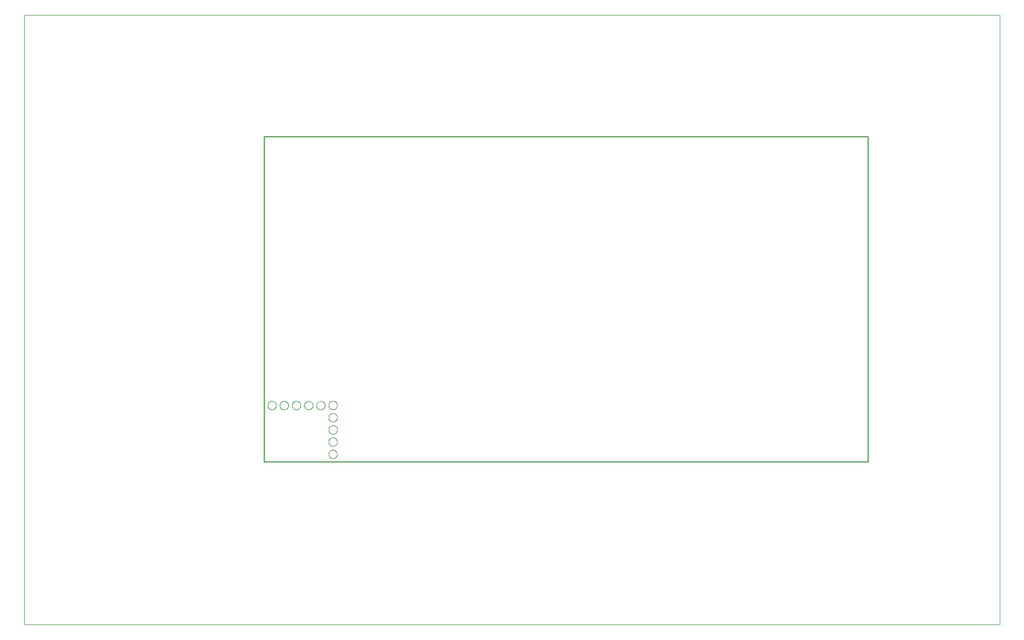
<source format=gm1>
G75*
%MOIN*%
%OFA0B0*%
%FSLAX25Y25*%
%IPPOS*%
%LPD*%
%AMOC8*
5,1,8,0,0,1.08239X$1,22.5*
%
%ADD10C,0.00000*%
%ADD11C,0.00800*%
D10*
X0001000Y0001000D02*
X0001000Y0394701D01*
X0630921Y0394701D01*
X0630921Y0001000D01*
X0001000Y0001000D01*
X0197457Y0111236D02*
X0197459Y0111341D01*
X0197465Y0111446D01*
X0197475Y0111550D01*
X0197489Y0111654D01*
X0197507Y0111758D01*
X0197529Y0111860D01*
X0197554Y0111962D01*
X0197584Y0112063D01*
X0197617Y0112162D01*
X0197654Y0112260D01*
X0197695Y0112357D01*
X0197740Y0112452D01*
X0197788Y0112545D01*
X0197839Y0112637D01*
X0197895Y0112726D01*
X0197953Y0112813D01*
X0198015Y0112898D01*
X0198079Y0112981D01*
X0198147Y0113061D01*
X0198218Y0113138D01*
X0198292Y0113212D01*
X0198369Y0113284D01*
X0198448Y0113353D01*
X0198530Y0113418D01*
X0198614Y0113481D01*
X0198701Y0113540D01*
X0198790Y0113596D01*
X0198881Y0113649D01*
X0198974Y0113698D01*
X0199068Y0113743D01*
X0199164Y0113785D01*
X0199262Y0113823D01*
X0199361Y0113857D01*
X0199462Y0113888D01*
X0199563Y0113914D01*
X0199666Y0113937D01*
X0199769Y0113956D01*
X0199873Y0113971D01*
X0199977Y0113982D01*
X0200082Y0113989D01*
X0200187Y0113992D01*
X0200292Y0113991D01*
X0200397Y0113986D01*
X0200501Y0113977D01*
X0200605Y0113964D01*
X0200709Y0113947D01*
X0200812Y0113926D01*
X0200914Y0113901D01*
X0201015Y0113873D01*
X0201114Y0113840D01*
X0201213Y0113804D01*
X0201310Y0113764D01*
X0201405Y0113721D01*
X0201499Y0113673D01*
X0201591Y0113623D01*
X0201681Y0113569D01*
X0201769Y0113511D01*
X0201854Y0113450D01*
X0201937Y0113386D01*
X0202018Y0113319D01*
X0202096Y0113249D01*
X0202171Y0113175D01*
X0202243Y0113100D01*
X0202313Y0113021D01*
X0202379Y0112940D01*
X0202443Y0112856D01*
X0202503Y0112770D01*
X0202559Y0112682D01*
X0202613Y0112591D01*
X0202663Y0112499D01*
X0202709Y0112405D01*
X0202752Y0112309D01*
X0202791Y0112211D01*
X0202826Y0112113D01*
X0202857Y0112012D01*
X0202885Y0111911D01*
X0202909Y0111809D01*
X0202929Y0111706D01*
X0202945Y0111602D01*
X0202957Y0111498D01*
X0202965Y0111393D01*
X0202969Y0111288D01*
X0202969Y0111184D01*
X0202965Y0111079D01*
X0202957Y0110974D01*
X0202945Y0110870D01*
X0202929Y0110766D01*
X0202909Y0110663D01*
X0202885Y0110561D01*
X0202857Y0110460D01*
X0202826Y0110359D01*
X0202791Y0110261D01*
X0202752Y0110163D01*
X0202709Y0110067D01*
X0202663Y0109973D01*
X0202613Y0109881D01*
X0202559Y0109790D01*
X0202503Y0109702D01*
X0202443Y0109616D01*
X0202379Y0109532D01*
X0202313Y0109451D01*
X0202243Y0109372D01*
X0202171Y0109297D01*
X0202096Y0109223D01*
X0202018Y0109153D01*
X0201937Y0109086D01*
X0201854Y0109022D01*
X0201769Y0108961D01*
X0201681Y0108903D01*
X0201591Y0108849D01*
X0201499Y0108799D01*
X0201405Y0108751D01*
X0201310Y0108708D01*
X0201213Y0108668D01*
X0201114Y0108632D01*
X0201015Y0108599D01*
X0200914Y0108571D01*
X0200812Y0108546D01*
X0200709Y0108525D01*
X0200605Y0108508D01*
X0200501Y0108495D01*
X0200397Y0108486D01*
X0200292Y0108481D01*
X0200187Y0108480D01*
X0200082Y0108483D01*
X0199977Y0108490D01*
X0199873Y0108501D01*
X0199769Y0108516D01*
X0199666Y0108535D01*
X0199563Y0108558D01*
X0199462Y0108584D01*
X0199361Y0108615D01*
X0199262Y0108649D01*
X0199164Y0108687D01*
X0199068Y0108729D01*
X0198974Y0108774D01*
X0198881Y0108823D01*
X0198790Y0108876D01*
X0198701Y0108932D01*
X0198614Y0108991D01*
X0198530Y0109054D01*
X0198448Y0109119D01*
X0198369Y0109188D01*
X0198292Y0109260D01*
X0198218Y0109334D01*
X0198147Y0109411D01*
X0198079Y0109491D01*
X0198015Y0109574D01*
X0197953Y0109659D01*
X0197895Y0109746D01*
X0197839Y0109835D01*
X0197788Y0109927D01*
X0197740Y0110020D01*
X0197695Y0110115D01*
X0197654Y0110212D01*
X0197617Y0110310D01*
X0197584Y0110409D01*
X0197554Y0110510D01*
X0197529Y0110612D01*
X0197507Y0110714D01*
X0197489Y0110818D01*
X0197475Y0110922D01*
X0197465Y0111026D01*
X0197459Y0111131D01*
X0197457Y0111236D01*
X0197457Y0119110D02*
X0197459Y0119215D01*
X0197465Y0119320D01*
X0197475Y0119424D01*
X0197489Y0119528D01*
X0197507Y0119632D01*
X0197529Y0119734D01*
X0197554Y0119836D01*
X0197584Y0119937D01*
X0197617Y0120036D01*
X0197654Y0120134D01*
X0197695Y0120231D01*
X0197740Y0120326D01*
X0197788Y0120419D01*
X0197839Y0120511D01*
X0197895Y0120600D01*
X0197953Y0120687D01*
X0198015Y0120772D01*
X0198079Y0120855D01*
X0198147Y0120935D01*
X0198218Y0121012D01*
X0198292Y0121086D01*
X0198369Y0121158D01*
X0198448Y0121227D01*
X0198530Y0121292D01*
X0198614Y0121355D01*
X0198701Y0121414D01*
X0198790Y0121470D01*
X0198881Y0121523D01*
X0198974Y0121572D01*
X0199068Y0121617D01*
X0199164Y0121659D01*
X0199262Y0121697D01*
X0199361Y0121731D01*
X0199462Y0121762D01*
X0199563Y0121788D01*
X0199666Y0121811D01*
X0199769Y0121830D01*
X0199873Y0121845D01*
X0199977Y0121856D01*
X0200082Y0121863D01*
X0200187Y0121866D01*
X0200292Y0121865D01*
X0200397Y0121860D01*
X0200501Y0121851D01*
X0200605Y0121838D01*
X0200709Y0121821D01*
X0200812Y0121800D01*
X0200914Y0121775D01*
X0201015Y0121747D01*
X0201114Y0121714D01*
X0201213Y0121678D01*
X0201310Y0121638D01*
X0201405Y0121595D01*
X0201499Y0121547D01*
X0201591Y0121497D01*
X0201681Y0121443D01*
X0201769Y0121385D01*
X0201854Y0121324D01*
X0201937Y0121260D01*
X0202018Y0121193D01*
X0202096Y0121123D01*
X0202171Y0121049D01*
X0202243Y0120974D01*
X0202313Y0120895D01*
X0202379Y0120814D01*
X0202443Y0120730D01*
X0202503Y0120644D01*
X0202559Y0120556D01*
X0202613Y0120465D01*
X0202663Y0120373D01*
X0202709Y0120279D01*
X0202752Y0120183D01*
X0202791Y0120085D01*
X0202826Y0119987D01*
X0202857Y0119886D01*
X0202885Y0119785D01*
X0202909Y0119683D01*
X0202929Y0119580D01*
X0202945Y0119476D01*
X0202957Y0119372D01*
X0202965Y0119267D01*
X0202969Y0119162D01*
X0202969Y0119058D01*
X0202965Y0118953D01*
X0202957Y0118848D01*
X0202945Y0118744D01*
X0202929Y0118640D01*
X0202909Y0118537D01*
X0202885Y0118435D01*
X0202857Y0118334D01*
X0202826Y0118233D01*
X0202791Y0118135D01*
X0202752Y0118037D01*
X0202709Y0117941D01*
X0202663Y0117847D01*
X0202613Y0117755D01*
X0202559Y0117664D01*
X0202503Y0117576D01*
X0202443Y0117490D01*
X0202379Y0117406D01*
X0202313Y0117325D01*
X0202243Y0117246D01*
X0202171Y0117171D01*
X0202096Y0117097D01*
X0202018Y0117027D01*
X0201937Y0116960D01*
X0201854Y0116896D01*
X0201769Y0116835D01*
X0201681Y0116777D01*
X0201591Y0116723D01*
X0201499Y0116673D01*
X0201405Y0116625D01*
X0201310Y0116582D01*
X0201213Y0116542D01*
X0201114Y0116506D01*
X0201015Y0116473D01*
X0200914Y0116445D01*
X0200812Y0116420D01*
X0200709Y0116399D01*
X0200605Y0116382D01*
X0200501Y0116369D01*
X0200397Y0116360D01*
X0200292Y0116355D01*
X0200187Y0116354D01*
X0200082Y0116357D01*
X0199977Y0116364D01*
X0199873Y0116375D01*
X0199769Y0116390D01*
X0199666Y0116409D01*
X0199563Y0116432D01*
X0199462Y0116458D01*
X0199361Y0116489D01*
X0199262Y0116523D01*
X0199164Y0116561D01*
X0199068Y0116603D01*
X0198974Y0116648D01*
X0198881Y0116697D01*
X0198790Y0116750D01*
X0198701Y0116806D01*
X0198614Y0116865D01*
X0198530Y0116928D01*
X0198448Y0116993D01*
X0198369Y0117062D01*
X0198292Y0117134D01*
X0198218Y0117208D01*
X0198147Y0117285D01*
X0198079Y0117365D01*
X0198015Y0117448D01*
X0197953Y0117533D01*
X0197895Y0117620D01*
X0197839Y0117709D01*
X0197788Y0117801D01*
X0197740Y0117894D01*
X0197695Y0117989D01*
X0197654Y0118086D01*
X0197617Y0118184D01*
X0197584Y0118283D01*
X0197554Y0118384D01*
X0197529Y0118486D01*
X0197507Y0118588D01*
X0197489Y0118692D01*
X0197475Y0118796D01*
X0197465Y0118900D01*
X0197459Y0119005D01*
X0197457Y0119110D01*
X0197457Y0126984D02*
X0197459Y0127089D01*
X0197465Y0127194D01*
X0197475Y0127298D01*
X0197489Y0127402D01*
X0197507Y0127506D01*
X0197529Y0127608D01*
X0197554Y0127710D01*
X0197584Y0127811D01*
X0197617Y0127910D01*
X0197654Y0128008D01*
X0197695Y0128105D01*
X0197740Y0128200D01*
X0197788Y0128293D01*
X0197839Y0128385D01*
X0197895Y0128474D01*
X0197953Y0128561D01*
X0198015Y0128646D01*
X0198079Y0128729D01*
X0198147Y0128809D01*
X0198218Y0128886D01*
X0198292Y0128960D01*
X0198369Y0129032D01*
X0198448Y0129101D01*
X0198530Y0129166D01*
X0198614Y0129229D01*
X0198701Y0129288D01*
X0198790Y0129344D01*
X0198881Y0129397D01*
X0198974Y0129446D01*
X0199068Y0129491D01*
X0199164Y0129533D01*
X0199262Y0129571D01*
X0199361Y0129605D01*
X0199462Y0129636D01*
X0199563Y0129662D01*
X0199666Y0129685D01*
X0199769Y0129704D01*
X0199873Y0129719D01*
X0199977Y0129730D01*
X0200082Y0129737D01*
X0200187Y0129740D01*
X0200292Y0129739D01*
X0200397Y0129734D01*
X0200501Y0129725D01*
X0200605Y0129712D01*
X0200709Y0129695D01*
X0200812Y0129674D01*
X0200914Y0129649D01*
X0201015Y0129621D01*
X0201114Y0129588D01*
X0201213Y0129552D01*
X0201310Y0129512D01*
X0201405Y0129469D01*
X0201499Y0129421D01*
X0201591Y0129371D01*
X0201681Y0129317D01*
X0201769Y0129259D01*
X0201854Y0129198D01*
X0201937Y0129134D01*
X0202018Y0129067D01*
X0202096Y0128997D01*
X0202171Y0128923D01*
X0202243Y0128848D01*
X0202313Y0128769D01*
X0202379Y0128688D01*
X0202443Y0128604D01*
X0202503Y0128518D01*
X0202559Y0128430D01*
X0202613Y0128339D01*
X0202663Y0128247D01*
X0202709Y0128153D01*
X0202752Y0128057D01*
X0202791Y0127959D01*
X0202826Y0127861D01*
X0202857Y0127760D01*
X0202885Y0127659D01*
X0202909Y0127557D01*
X0202929Y0127454D01*
X0202945Y0127350D01*
X0202957Y0127246D01*
X0202965Y0127141D01*
X0202969Y0127036D01*
X0202969Y0126932D01*
X0202965Y0126827D01*
X0202957Y0126722D01*
X0202945Y0126618D01*
X0202929Y0126514D01*
X0202909Y0126411D01*
X0202885Y0126309D01*
X0202857Y0126208D01*
X0202826Y0126107D01*
X0202791Y0126009D01*
X0202752Y0125911D01*
X0202709Y0125815D01*
X0202663Y0125721D01*
X0202613Y0125629D01*
X0202559Y0125538D01*
X0202503Y0125450D01*
X0202443Y0125364D01*
X0202379Y0125280D01*
X0202313Y0125199D01*
X0202243Y0125120D01*
X0202171Y0125045D01*
X0202096Y0124971D01*
X0202018Y0124901D01*
X0201937Y0124834D01*
X0201854Y0124770D01*
X0201769Y0124709D01*
X0201681Y0124651D01*
X0201591Y0124597D01*
X0201499Y0124547D01*
X0201405Y0124499D01*
X0201310Y0124456D01*
X0201213Y0124416D01*
X0201114Y0124380D01*
X0201015Y0124347D01*
X0200914Y0124319D01*
X0200812Y0124294D01*
X0200709Y0124273D01*
X0200605Y0124256D01*
X0200501Y0124243D01*
X0200397Y0124234D01*
X0200292Y0124229D01*
X0200187Y0124228D01*
X0200082Y0124231D01*
X0199977Y0124238D01*
X0199873Y0124249D01*
X0199769Y0124264D01*
X0199666Y0124283D01*
X0199563Y0124306D01*
X0199462Y0124332D01*
X0199361Y0124363D01*
X0199262Y0124397D01*
X0199164Y0124435D01*
X0199068Y0124477D01*
X0198974Y0124522D01*
X0198881Y0124571D01*
X0198790Y0124624D01*
X0198701Y0124680D01*
X0198614Y0124739D01*
X0198530Y0124802D01*
X0198448Y0124867D01*
X0198369Y0124936D01*
X0198292Y0125008D01*
X0198218Y0125082D01*
X0198147Y0125159D01*
X0198079Y0125239D01*
X0198015Y0125322D01*
X0197953Y0125407D01*
X0197895Y0125494D01*
X0197839Y0125583D01*
X0197788Y0125675D01*
X0197740Y0125768D01*
X0197695Y0125863D01*
X0197654Y0125960D01*
X0197617Y0126058D01*
X0197584Y0126157D01*
X0197554Y0126258D01*
X0197529Y0126360D01*
X0197507Y0126462D01*
X0197489Y0126566D01*
X0197475Y0126670D01*
X0197465Y0126774D01*
X0197459Y0126879D01*
X0197457Y0126984D01*
X0197457Y0134858D02*
X0197459Y0134963D01*
X0197465Y0135068D01*
X0197475Y0135172D01*
X0197489Y0135276D01*
X0197507Y0135380D01*
X0197529Y0135482D01*
X0197554Y0135584D01*
X0197584Y0135685D01*
X0197617Y0135784D01*
X0197654Y0135882D01*
X0197695Y0135979D01*
X0197740Y0136074D01*
X0197788Y0136167D01*
X0197839Y0136259D01*
X0197895Y0136348D01*
X0197953Y0136435D01*
X0198015Y0136520D01*
X0198079Y0136603D01*
X0198147Y0136683D01*
X0198218Y0136760D01*
X0198292Y0136834D01*
X0198369Y0136906D01*
X0198448Y0136975D01*
X0198530Y0137040D01*
X0198614Y0137103D01*
X0198701Y0137162D01*
X0198790Y0137218D01*
X0198881Y0137271D01*
X0198974Y0137320D01*
X0199068Y0137365D01*
X0199164Y0137407D01*
X0199262Y0137445D01*
X0199361Y0137479D01*
X0199462Y0137510D01*
X0199563Y0137536D01*
X0199666Y0137559D01*
X0199769Y0137578D01*
X0199873Y0137593D01*
X0199977Y0137604D01*
X0200082Y0137611D01*
X0200187Y0137614D01*
X0200292Y0137613D01*
X0200397Y0137608D01*
X0200501Y0137599D01*
X0200605Y0137586D01*
X0200709Y0137569D01*
X0200812Y0137548D01*
X0200914Y0137523D01*
X0201015Y0137495D01*
X0201114Y0137462D01*
X0201213Y0137426D01*
X0201310Y0137386D01*
X0201405Y0137343D01*
X0201499Y0137295D01*
X0201591Y0137245D01*
X0201681Y0137191D01*
X0201769Y0137133D01*
X0201854Y0137072D01*
X0201937Y0137008D01*
X0202018Y0136941D01*
X0202096Y0136871D01*
X0202171Y0136797D01*
X0202243Y0136722D01*
X0202313Y0136643D01*
X0202379Y0136562D01*
X0202443Y0136478D01*
X0202503Y0136392D01*
X0202559Y0136304D01*
X0202613Y0136213D01*
X0202663Y0136121D01*
X0202709Y0136027D01*
X0202752Y0135931D01*
X0202791Y0135833D01*
X0202826Y0135735D01*
X0202857Y0135634D01*
X0202885Y0135533D01*
X0202909Y0135431D01*
X0202929Y0135328D01*
X0202945Y0135224D01*
X0202957Y0135120D01*
X0202965Y0135015D01*
X0202969Y0134910D01*
X0202969Y0134806D01*
X0202965Y0134701D01*
X0202957Y0134596D01*
X0202945Y0134492D01*
X0202929Y0134388D01*
X0202909Y0134285D01*
X0202885Y0134183D01*
X0202857Y0134082D01*
X0202826Y0133981D01*
X0202791Y0133883D01*
X0202752Y0133785D01*
X0202709Y0133689D01*
X0202663Y0133595D01*
X0202613Y0133503D01*
X0202559Y0133412D01*
X0202503Y0133324D01*
X0202443Y0133238D01*
X0202379Y0133154D01*
X0202313Y0133073D01*
X0202243Y0132994D01*
X0202171Y0132919D01*
X0202096Y0132845D01*
X0202018Y0132775D01*
X0201937Y0132708D01*
X0201854Y0132644D01*
X0201769Y0132583D01*
X0201681Y0132525D01*
X0201591Y0132471D01*
X0201499Y0132421D01*
X0201405Y0132373D01*
X0201310Y0132330D01*
X0201213Y0132290D01*
X0201114Y0132254D01*
X0201015Y0132221D01*
X0200914Y0132193D01*
X0200812Y0132168D01*
X0200709Y0132147D01*
X0200605Y0132130D01*
X0200501Y0132117D01*
X0200397Y0132108D01*
X0200292Y0132103D01*
X0200187Y0132102D01*
X0200082Y0132105D01*
X0199977Y0132112D01*
X0199873Y0132123D01*
X0199769Y0132138D01*
X0199666Y0132157D01*
X0199563Y0132180D01*
X0199462Y0132206D01*
X0199361Y0132237D01*
X0199262Y0132271D01*
X0199164Y0132309D01*
X0199068Y0132351D01*
X0198974Y0132396D01*
X0198881Y0132445D01*
X0198790Y0132498D01*
X0198701Y0132554D01*
X0198614Y0132613D01*
X0198530Y0132676D01*
X0198448Y0132741D01*
X0198369Y0132810D01*
X0198292Y0132882D01*
X0198218Y0132956D01*
X0198147Y0133033D01*
X0198079Y0133113D01*
X0198015Y0133196D01*
X0197953Y0133281D01*
X0197895Y0133368D01*
X0197839Y0133457D01*
X0197788Y0133549D01*
X0197740Y0133642D01*
X0197695Y0133737D01*
X0197654Y0133834D01*
X0197617Y0133932D01*
X0197584Y0134031D01*
X0197554Y0134132D01*
X0197529Y0134234D01*
X0197507Y0134336D01*
X0197489Y0134440D01*
X0197475Y0134544D01*
X0197465Y0134648D01*
X0197459Y0134753D01*
X0197457Y0134858D01*
X0197457Y0142732D02*
X0197459Y0142837D01*
X0197465Y0142942D01*
X0197475Y0143046D01*
X0197489Y0143150D01*
X0197507Y0143254D01*
X0197529Y0143356D01*
X0197554Y0143458D01*
X0197584Y0143559D01*
X0197617Y0143658D01*
X0197654Y0143756D01*
X0197695Y0143853D01*
X0197740Y0143948D01*
X0197788Y0144041D01*
X0197839Y0144133D01*
X0197895Y0144222D01*
X0197953Y0144309D01*
X0198015Y0144394D01*
X0198079Y0144477D01*
X0198147Y0144557D01*
X0198218Y0144634D01*
X0198292Y0144708D01*
X0198369Y0144780D01*
X0198448Y0144849D01*
X0198530Y0144914D01*
X0198614Y0144977D01*
X0198701Y0145036D01*
X0198790Y0145092D01*
X0198881Y0145145D01*
X0198974Y0145194D01*
X0199068Y0145239D01*
X0199164Y0145281D01*
X0199262Y0145319D01*
X0199361Y0145353D01*
X0199462Y0145384D01*
X0199563Y0145410D01*
X0199666Y0145433D01*
X0199769Y0145452D01*
X0199873Y0145467D01*
X0199977Y0145478D01*
X0200082Y0145485D01*
X0200187Y0145488D01*
X0200292Y0145487D01*
X0200397Y0145482D01*
X0200501Y0145473D01*
X0200605Y0145460D01*
X0200709Y0145443D01*
X0200812Y0145422D01*
X0200914Y0145397D01*
X0201015Y0145369D01*
X0201114Y0145336D01*
X0201213Y0145300D01*
X0201310Y0145260D01*
X0201405Y0145217D01*
X0201499Y0145169D01*
X0201591Y0145119D01*
X0201681Y0145065D01*
X0201769Y0145007D01*
X0201854Y0144946D01*
X0201937Y0144882D01*
X0202018Y0144815D01*
X0202096Y0144745D01*
X0202171Y0144671D01*
X0202243Y0144596D01*
X0202313Y0144517D01*
X0202379Y0144436D01*
X0202443Y0144352D01*
X0202503Y0144266D01*
X0202559Y0144178D01*
X0202613Y0144087D01*
X0202663Y0143995D01*
X0202709Y0143901D01*
X0202752Y0143805D01*
X0202791Y0143707D01*
X0202826Y0143609D01*
X0202857Y0143508D01*
X0202885Y0143407D01*
X0202909Y0143305D01*
X0202929Y0143202D01*
X0202945Y0143098D01*
X0202957Y0142994D01*
X0202965Y0142889D01*
X0202969Y0142784D01*
X0202969Y0142680D01*
X0202965Y0142575D01*
X0202957Y0142470D01*
X0202945Y0142366D01*
X0202929Y0142262D01*
X0202909Y0142159D01*
X0202885Y0142057D01*
X0202857Y0141956D01*
X0202826Y0141855D01*
X0202791Y0141757D01*
X0202752Y0141659D01*
X0202709Y0141563D01*
X0202663Y0141469D01*
X0202613Y0141377D01*
X0202559Y0141286D01*
X0202503Y0141198D01*
X0202443Y0141112D01*
X0202379Y0141028D01*
X0202313Y0140947D01*
X0202243Y0140868D01*
X0202171Y0140793D01*
X0202096Y0140719D01*
X0202018Y0140649D01*
X0201937Y0140582D01*
X0201854Y0140518D01*
X0201769Y0140457D01*
X0201681Y0140399D01*
X0201591Y0140345D01*
X0201499Y0140295D01*
X0201405Y0140247D01*
X0201310Y0140204D01*
X0201213Y0140164D01*
X0201114Y0140128D01*
X0201015Y0140095D01*
X0200914Y0140067D01*
X0200812Y0140042D01*
X0200709Y0140021D01*
X0200605Y0140004D01*
X0200501Y0139991D01*
X0200397Y0139982D01*
X0200292Y0139977D01*
X0200187Y0139976D01*
X0200082Y0139979D01*
X0199977Y0139986D01*
X0199873Y0139997D01*
X0199769Y0140012D01*
X0199666Y0140031D01*
X0199563Y0140054D01*
X0199462Y0140080D01*
X0199361Y0140111D01*
X0199262Y0140145D01*
X0199164Y0140183D01*
X0199068Y0140225D01*
X0198974Y0140270D01*
X0198881Y0140319D01*
X0198790Y0140372D01*
X0198701Y0140428D01*
X0198614Y0140487D01*
X0198530Y0140550D01*
X0198448Y0140615D01*
X0198369Y0140684D01*
X0198292Y0140756D01*
X0198218Y0140830D01*
X0198147Y0140907D01*
X0198079Y0140987D01*
X0198015Y0141070D01*
X0197953Y0141155D01*
X0197895Y0141242D01*
X0197839Y0141331D01*
X0197788Y0141423D01*
X0197740Y0141516D01*
X0197695Y0141611D01*
X0197654Y0141708D01*
X0197617Y0141806D01*
X0197584Y0141905D01*
X0197554Y0142006D01*
X0197529Y0142108D01*
X0197507Y0142210D01*
X0197489Y0142314D01*
X0197475Y0142418D01*
X0197465Y0142522D01*
X0197459Y0142627D01*
X0197457Y0142732D01*
X0189583Y0142732D02*
X0189585Y0142837D01*
X0189591Y0142942D01*
X0189601Y0143046D01*
X0189615Y0143150D01*
X0189633Y0143254D01*
X0189655Y0143356D01*
X0189680Y0143458D01*
X0189710Y0143559D01*
X0189743Y0143658D01*
X0189780Y0143756D01*
X0189821Y0143853D01*
X0189866Y0143948D01*
X0189914Y0144041D01*
X0189965Y0144133D01*
X0190021Y0144222D01*
X0190079Y0144309D01*
X0190141Y0144394D01*
X0190205Y0144477D01*
X0190273Y0144557D01*
X0190344Y0144634D01*
X0190418Y0144708D01*
X0190495Y0144780D01*
X0190574Y0144849D01*
X0190656Y0144914D01*
X0190740Y0144977D01*
X0190827Y0145036D01*
X0190916Y0145092D01*
X0191007Y0145145D01*
X0191100Y0145194D01*
X0191194Y0145239D01*
X0191290Y0145281D01*
X0191388Y0145319D01*
X0191487Y0145353D01*
X0191588Y0145384D01*
X0191689Y0145410D01*
X0191792Y0145433D01*
X0191895Y0145452D01*
X0191999Y0145467D01*
X0192103Y0145478D01*
X0192208Y0145485D01*
X0192313Y0145488D01*
X0192418Y0145487D01*
X0192523Y0145482D01*
X0192627Y0145473D01*
X0192731Y0145460D01*
X0192835Y0145443D01*
X0192938Y0145422D01*
X0193040Y0145397D01*
X0193141Y0145369D01*
X0193240Y0145336D01*
X0193339Y0145300D01*
X0193436Y0145260D01*
X0193531Y0145217D01*
X0193625Y0145169D01*
X0193717Y0145119D01*
X0193807Y0145065D01*
X0193895Y0145007D01*
X0193980Y0144946D01*
X0194063Y0144882D01*
X0194144Y0144815D01*
X0194222Y0144745D01*
X0194297Y0144671D01*
X0194369Y0144596D01*
X0194439Y0144517D01*
X0194505Y0144436D01*
X0194569Y0144352D01*
X0194629Y0144266D01*
X0194685Y0144178D01*
X0194739Y0144087D01*
X0194789Y0143995D01*
X0194835Y0143901D01*
X0194878Y0143805D01*
X0194917Y0143707D01*
X0194952Y0143609D01*
X0194983Y0143508D01*
X0195011Y0143407D01*
X0195035Y0143305D01*
X0195055Y0143202D01*
X0195071Y0143098D01*
X0195083Y0142994D01*
X0195091Y0142889D01*
X0195095Y0142784D01*
X0195095Y0142680D01*
X0195091Y0142575D01*
X0195083Y0142470D01*
X0195071Y0142366D01*
X0195055Y0142262D01*
X0195035Y0142159D01*
X0195011Y0142057D01*
X0194983Y0141956D01*
X0194952Y0141855D01*
X0194917Y0141757D01*
X0194878Y0141659D01*
X0194835Y0141563D01*
X0194789Y0141469D01*
X0194739Y0141377D01*
X0194685Y0141286D01*
X0194629Y0141198D01*
X0194569Y0141112D01*
X0194505Y0141028D01*
X0194439Y0140947D01*
X0194369Y0140868D01*
X0194297Y0140793D01*
X0194222Y0140719D01*
X0194144Y0140649D01*
X0194063Y0140582D01*
X0193980Y0140518D01*
X0193895Y0140457D01*
X0193807Y0140399D01*
X0193717Y0140345D01*
X0193625Y0140295D01*
X0193531Y0140247D01*
X0193436Y0140204D01*
X0193339Y0140164D01*
X0193240Y0140128D01*
X0193141Y0140095D01*
X0193040Y0140067D01*
X0192938Y0140042D01*
X0192835Y0140021D01*
X0192731Y0140004D01*
X0192627Y0139991D01*
X0192523Y0139982D01*
X0192418Y0139977D01*
X0192313Y0139976D01*
X0192208Y0139979D01*
X0192103Y0139986D01*
X0191999Y0139997D01*
X0191895Y0140012D01*
X0191792Y0140031D01*
X0191689Y0140054D01*
X0191588Y0140080D01*
X0191487Y0140111D01*
X0191388Y0140145D01*
X0191290Y0140183D01*
X0191194Y0140225D01*
X0191100Y0140270D01*
X0191007Y0140319D01*
X0190916Y0140372D01*
X0190827Y0140428D01*
X0190740Y0140487D01*
X0190656Y0140550D01*
X0190574Y0140615D01*
X0190495Y0140684D01*
X0190418Y0140756D01*
X0190344Y0140830D01*
X0190273Y0140907D01*
X0190205Y0140987D01*
X0190141Y0141070D01*
X0190079Y0141155D01*
X0190021Y0141242D01*
X0189965Y0141331D01*
X0189914Y0141423D01*
X0189866Y0141516D01*
X0189821Y0141611D01*
X0189780Y0141708D01*
X0189743Y0141806D01*
X0189710Y0141905D01*
X0189680Y0142006D01*
X0189655Y0142108D01*
X0189633Y0142210D01*
X0189615Y0142314D01*
X0189601Y0142418D01*
X0189591Y0142522D01*
X0189585Y0142627D01*
X0189583Y0142732D01*
X0181709Y0142732D02*
X0181711Y0142837D01*
X0181717Y0142942D01*
X0181727Y0143046D01*
X0181741Y0143150D01*
X0181759Y0143254D01*
X0181781Y0143356D01*
X0181806Y0143458D01*
X0181836Y0143559D01*
X0181869Y0143658D01*
X0181906Y0143756D01*
X0181947Y0143853D01*
X0181992Y0143948D01*
X0182040Y0144041D01*
X0182091Y0144133D01*
X0182147Y0144222D01*
X0182205Y0144309D01*
X0182267Y0144394D01*
X0182331Y0144477D01*
X0182399Y0144557D01*
X0182470Y0144634D01*
X0182544Y0144708D01*
X0182621Y0144780D01*
X0182700Y0144849D01*
X0182782Y0144914D01*
X0182866Y0144977D01*
X0182953Y0145036D01*
X0183042Y0145092D01*
X0183133Y0145145D01*
X0183226Y0145194D01*
X0183320Y0145239D01*
X0183416Y0145281D01*
X0183514Y0145319D01*
X0183613Y0145353D01*
X0183714Y0145384D01*
X0183815Y0145410D01*
X0183918Y0145433D01*
X0184021Y0145452D01*
X0184125Y0145467D01*
X0184229Y0145478D01*
X0184334Y0145485D01*
X0184439Y0145488D01*
X0184544Y0145487D01*
X0184649Y0145482D01*
X0184753Y0145473D01*
X0184857Y0145460D01*
X0184961Y0145443D01*
X0185064Y0145422D01*
X0185166Y0145397D01*
X0185267Y0145369D01*
X0185366Y0145336D01*
X0185465Y0145300D01*
X0185562Y0145260D01*
X0185657Y0145217D01*
X0185751Y0145169D01*
X0185843Y0145119D01*
X0185933Y0145065D01*
X0186021Y0145007D01*
X0186106Y0144946D01*
X0186189Y0144882D01*
X0186270Y0144815D01*
X0186348Y0144745D01*
X0186423Y0144671D01*
X0186495Y0144596D01*
X0186565Y0144517D01*
X0186631Y0144436D01*
X0186695Y0144352D01*
X0186755Y0144266D01*
X0186811Y0144178D01*
X0186865Y0144087D01*
X0186915Y0143995D01*
X0186961Y0143901D01*
X0187004Y0143805D01*
X0187043Y0143707D01*
X0187078Y0143609D01*
X0187109Y0143508D01*
X0187137Y0143407D01*
X0187161Y0143305D01*
X0187181Y0143202D01*
X0187197Y0143098D01*
X0187209Y0142994D01*
X0187217Y0142889D01*
X0187221Y0142784D01*
X0187221Y0142680D01*
X0187217Y0142575D01*
X0187209Y0142470D01*
X0187197Y0142366D01*
X0187181Y0142262D01*
X0187161Y0142159D01*
X0187137Y0142057D01*
X0187109Y0141956D01*
X0187078Y0141855D01*
X0187043Y0141757D01*
X0187004Y0141659D01*
X0186961Y0141563D01*
X0186915Y0141469D01*
X0186865Y0141377D01*
X0186811Y0141286D01*
X0186755Y0141198D01*
X0186695Y0141112D01*
X0186631Y0141028D01*
X0186565Y0140947D01*
X0186495Y0140868D01*
X0186423Y0140793D01*
X0186348Y0140719D01*
X0186270Y0140649D01*
X0186189Y0140582D01*
X0186106Y0140518D01*
X0186021Y0140457D01*
X0185933Y0140399D01*
X0185843Y0140345D01*
X0185751Y0140295D01*
X0185657Y0140247D01*
X0185562Y0140204D01*
X0185465Y0140164D01*
X0185366Y0140128D01*
X0185267Y0140095D01*
X0185166Y0140067D01*
X0185064Y0140042D01*
X0184961Y0140021D01*
X0184857Y0140004D01*
X0184753Y0139991D01*
X0184649Y0139982D01*
X0184544Y0139977D01*
X0184439Y0139976D01*
X0184334Y0139979D01*
X0184229Y0139986D01*
X0184125Y0139997D01*
X0184021Y0140012D01*
X0183918Y0140031D01*
X0183815Y0140054D01*
X0183714Y0140080D01*
X0183613Y0140111D01*
X0183514Y0140145D01*
X0183416Y0140183D01*
X0183320Y0140225D01*
X0183226Y0140270D01*
X0183133Y0140319D01*
X0183042Y0140372D01*
X0182953Y0140428D01*
X0182866Y0140487D01*
X0182782Y0140550D01*
X0182700Y0140615D01*
X0182621Y0140684D01*
X0182544Y0140756D01*
X0182470Y0140830D01*
X0182399Y0140907D01*
X0182331Y0140987D01*
X0182267Y0141070D01*
X0182205Y0141155D01*
X0182147Y0141242D01*
X0182091Y0141331D01*
X0182040Y0141423D01*
X0181992Y0141516D01*
X0181947Y0141611D01*
X0181906Y0141708D01*
X0181869Y0141806D01*
X0181836Y0141905D01*
X0181806Y0142006D01*
X0181781Y0142108D01*
X0181759Y0142210D01*
X0181741Y0142314D01*
X0181727Y0142418D01*
X0181717Y0142522D01*
X0181711Y0142627D01*
X0181709Y0142732D01*
X0173835Y0142732D02*
X0173837Y0142837D01*
X0173843Y0142942D01*
X0173853Y0143046D01*
X0173867Y0143150D01*
X0173885Y0143254D01*
X0173907Y0143356D01*
X0173932Y0143458D01*
X0173962Y0143559D01*
X0173995Y0143658D01*
X0174032Y0143756D01*
X0174073Y0143853D01*
X0174118Y0143948D01*
X0174166Y0144041D01*
X0174217Y0144133D01*
X0174273Y0144222D01*
X0174331Y0144309D01*
X0174393Y0144394D01*
X0174457Y0144477D01*
X0174525Y0144557D01*
X0174596Y0144634D01*
X0174670Y0144708D01*
X0174747Y0144780D01*
X0174826Y0144849D01*
X0174908Y0144914D01*
X0174992Y0144977D01*
X0175079Y0145036D01*
X0175168Y0145092D01*
X0175259Y0145145D01*
X0175352Y0145194D01*
X0175446Y0145239D01*
X0175542Y0145281D01*
X0175640Y0145319D01*
X0175739Y0145353D01*
X0175840Y0145384D01*
X0175941Y0145410D01*
X0176044Y0145433D01*
X0176147Y0145452D01*
X0176251Y0145467D01*
X0176355Y0145478D01*
X0176460Y0145485D01*
X0176565Y0145488D01*
X0176670Y0145487D01*
X0176775Y0145482D01*
X0176879Y0145473D01*
X0176983Y0145460D01*
X0177087Y0145443D01*
X0177190Y0145422D01*
X0177292Y0145397D01*
X0177393Y0145369D01*
X0177492Y0145336D01*
X0177591Y0145300D01*
X0177688Y0145260D01*
X0177783Y0145217D01*
X0177877Y0145169D01*
X0177969Y0145119D01*
X0178059Y0145065D01*
X0178147Y0145007D01*
X0178232Y0144946D01*
X0178315Y0144882D01*
X0178396Y0144815D01*
X0178474Y0144745D01*
X0178549Y0144671D01*
X0178621Y0144596D01*
X0178691Y0144517D01*
X0178757Y0144436D01*
X0178821Y0144352D01*
X0178881Y0144266D01*
X0178937Y0144178D01*
X0178991Y0144087D01*
X0179041Y0143995D01*
X0179087Y0143901D01*
X0179130Y0143805D01*
X0179169Y0143707D01*
X0179204Y0143609D01*
X0179235Y0143508D01*
X0179263Y0143407D01*
X0179287Y0143305D01*
X0179307Y0143202D01*
X0179323Y0143098D01*
X0179335Y0142994D01*
X0179343Y0142889D01*
X0179347Y0142784D01*
X0179347Y0142680D01*
X0179343Y0142575D01*
X0179335Y0142470D01*
X0179323Y0142366D01*
X0179307Y0142262D01*
X0179287Y0142159D01*
X0179263Y0142057D01*
X0179235Y0141956D01*
X0179204Y0141855D01*
X0179169Y0141757D01*
X0179130Y0141659D01*
X0179087Y0141563D01*
X0179041Y0141469D01*
X0178991Y0141377D01*
X0178937Y0141286D01*
X0178881Y0141198D01*
X0178821Y0141112D01*
X0178757Y0141028D01*
X0178691Y0140947D01*
X0178621Y0140868D01*
X0178549Y0140793D01*
X0178474Y0140719D01*
X0178396Y0140649D01*
X0178315Y0140582D01*
X0178232Y0140518D01*
X0178147Y0140457D01*
X0178059Y0140399D01*
X0177969Y0140345D01*
X0177877Y0140295D01*
X0177783Y0140247D01*
X0177688Y0140204D01*
X0177591Y0140164D01*
X0177492Y0140128D01*
X0177393Y0140095D01*
X0177292Y0140067D01*
X0177190Y0140042D01*
X0177087Y0140021D01*
X0176983Y0140004D01*
X0176879Y0139991D01*
X0176775Y0139982D01*
X0176670Y0139977D01*
X0176565Y0139976D01*
X0176460Y0139979D01*
X0176355Y0139986D01*
X0176251Y0139997D01*
X0176147Y0140012D01*
X0176044Y0140031D01*
X0175941Y0140054D01*
X0175840Y0140080D01*
X0175739Y0140111D01*
X0175640Y0140145D01*
X0175542Y0140183D01*
X0175446Y0140225D01*
X0175352Y0140270D01*
X0175259Y0140319D01*
X0175168Y0140372D01*
X0175079Y0140428D01*
X0174992Y0140487D01*
X0174908Y0140550D01*
X0174826Y0140615D01*
X0174747Y0140684D01*
X0174670Y0140756D01*
X0174596Y0140830D01*
X0174525Y0140907D01*
X0174457Y0140987D01*
X0174393Y0141070D01*
X0174331Y0141155D01*
X0174273Y0141242D01*
X0174217Y0141331D01*
X0174166Y0141423D01*
X0174118Y0141516D01*
X0174073Y0141611D01*
X0174032Y0141708D01*
X0173995Y0141806D01*
X0173962Y0141905D01*
X0173932Y0142006D01*
X0173907Y0142108D01*
X0173885Y0142210D01*
X0173867Y0142314D01*
X0173853Y0142418D01*
X0173843Y0142522D01*
X0173837Y0142627D01*
X0173835Y0142732D01*
X0165961Y0142732D02*
X0165963Y0142837D01*
X0165969Y0142942D01*
X0165979Y0143046D01*
X0165993Y0143150D01*
X0166011Y0143254D01*
X0166033Y0143356D01*
X0166058Y0143458D01*
X0166088Y0143559D01*
X0166121Y0143658D01*
X0166158Y0143756D01*
X0166199Y0143853D01*
X0166244Y0143948D01*
X0166292Y0144041D01*
X0166343Y0144133D01*
X0166399Y0144222D01*
X0166457Y0144309D01*
X0166519Y0144394D01*
X0166583Y0144477D01*
X0166651Y0144557D01*
X0166722Y0144634D01*
X0166796Y0144708D01*
X0166873Y0144780D01*
X0166952Y0144849D01*
X0167034Y0144914D01*
X0167118Y0144977D01*
X0167205Y0145036D01*
X0167294Y0145092D01*
X0167385Y0145145D01*
X0167478Y0145194D01*
X0167572Y0145239D01*
X0167668Y0145281D01*
X0167766Y0145319D01*
X0167865Y0145353D01*
X0167966Y0145384D01*
X0168067Y0145410D01*
X0168170Y0145433D01*
X0168273Y0145452D01*
X0168377Y0145467D01*
X0168481Y0145478D01*
X0168586Y0145485D01*
X0168691Y0145488D01*
X0168796Y0145487D01*
X0168901Y0145482D01*
X0169005Y0145473D01*
X0169109Y0145460D01*
X0169213Y0145443D01*
X0169316Y0145422D01*
X0169418Y0145397D01*
X0169519Y0145369D01*
X0169618Y0145336D01*
X0169717Y0145300D01*
X0169814Y0145260D01*
X0169909Y0145217D01*
X0170003Y0145169D01*
X0170095Y0145119D01*
X0170185Y0145065D01*
X0170273Y0145007D01*
X0170358Y0144946D01*
X0170441Y0144882D01*
X0170522Y0144815D01*
X0170600Y0144745D01*
X0170675Y0144671D01*
X0170747Y0144596D01*
X0170817Y0144517D01*
X0170883Y0144436D01*
X0170947Y0144352D01*
X0171007Y0144266D01*
X0171063Y0144178D01*
X0171117Y0144087D01*
X0171167Y0143995D01*
X0171213Y0143901D01*
X0171256Y0143805D01*
X0171295Y0143707D01*
X0171330Y0143609D01*
X0171361Y0143508D01*
X0171389Y0143407D01*
X0171413Y0143305D01*
X0171433Y0143202D01*
X0171449Y0143098D01*
X0171461Y0142994D01*
X0171469Y0142889D01*
X0171473Y0142784D01*
X0171473Y0142680D01*
X0171469Y0142575D01*
X0171461Y0142470D01*
X0171449Y0142366D01*
X0171433Y0142262D01*
X0171413Y0142159D01*
X0171389Y0142057D01*
X0171361Y0141956D01*
X0171330Y0141855D01*
X0171295Y0141757D01*
X0171256Y0141659D01*
X0171213Y0141563D01*
X0171167Y0141469D01*
X0171117Y0141377D01*
X0171063Y0141286D01*
X0171007Y0141198D01*
X0170947Y0141112D01*
X0170883Y0141028D01*
X0170817Y0140947D01*
X0170747Y0140868D01*
X0170675Y0140793D01*
X0170600Y0140719D01*
X0170522Y0140649D01*
X0170441Y0140582D01*
X0170358Y0140518D01*
X0170273Y0140457D01*
X0170185Y0140399D01*
X0170095Y0140345D01*
X0170003Y0140295D01*
X0169909Y0140247D01*
X0169814Y0140204D01*
X0169717Y0140164D01*
X0169618Y0140128D01*
X0169519Y0140095D01*
X0169418Y0140067D01*
X0169316Y0140042D01*
X0169213Y0140021D01*
X0169109Y0140004D01*
X0169005Y0139991D01*
X0168901Y0139982D01*
X0168796Y0139977D01*
X0168691Y0139976D01*
X0168586Y0139979D01*
X0168481Y0139986D01*
X0168377Y0139997D01*
X0168273Y0140012D01*
X0168170Y0140031D01*
X0168067Y0140054D01*
X0167966Y0140080D01*
X0167865Y0140111D01*
X0167766Y0140145D01*
X0167668Y0140183D01*
X0167572Y0140225D01*
X0167478Y0140270D01*
X0167385Y0140319D01*
X0167294Y0140372D01*
X0167205Y0140428D01*
X0167118Y0140487D01*
X0167034Y0140550D01*
X0166952Y0140615D01*
X0166873Y0140684D01*
X0166796Y0140756D01*
X0166722Y0140830D01*
X0166651Y0140907D01*
X0166583Y0140987D01*
X0166519Y0141070D01*
X0166457Y0141155D01*
X0166399Y0141242D01*
X0166343Y0141331D01*
X0166292Y0141423D01*
X0166244Y0141516D01*
X0166199Y0141611D01*
X0166158Y0141708D01*
X0166121Y0141806D01*
X0166088Y0141905D01*
X0166058Y0142006D01*
X0166033Y0142108D01*
X0166011Y0142210D01*
X0165993Y0142314D01*
X0165979Y0142418D01*
X0165969Y0142522D01*
X0165963Y0142627D01*
X0165961Y0142732D01*
X0158087Y0142732D02*
X0158089Y0142837D01*
X0158095Y0142942D01*
X0158105Y0143046D01*
X0158119Y0143150D01*
X0158137Y0143254D01*
X0158159Y0143356D01*
X0158184Y0143458D01*
X0158214Y0143559D01*
X0158247Y0143658D01*
X0158284Y0143756D01*
X0158325Y0143853D01*
X0158370Y0143948D01*
X0158418Y0144041D01*
X0158469Y0144133D01*
X0158525Y0144222D01*
X0158583Y0144309D01*
X0158645Y0144394D01*
X0158709Y0144477D01*
X0158777Y0144557D01*
X0158848Y0144634D01*
X0158922Y0144708D01*
X0158999Y0144780D01*
X0159078Y0144849D01*
X0159160Y0144914D01*
X0159244Y0144977D01*
X0159331Y0145036D01*
X0159420Y0145092D01*
X0159511Y0145145D01*
X0159604Y0145194D01*
X0159698Y0145239D01*
X0159794Y0145281D01*
X0159892Y0145319D01*
X0159991Y0145353D01*
X0160092Y0145384D01*
X0160193Y0145410D01*
X0160296Y0145433D01*
X0160399Y0145452D01*
X0160503Y0145467D01*
X0160607Y0145478D01*
X0160712Y0145485D01*
X0160817Y0145488D01*
X0160922Y0145487D01*
X0161027Y0145482D01*
X0161131Y0145473D01*
X0161235Y0145460D01*
X0161339Y0145443D01*
X0161442Y0145422D01*
X0161544Y0145397D01*
X0161645Y0145369D01*
X0161744Y0145336D01*
X0161843Y0145300D01*
X0161940Y0145260D01*
X0162035Y0145217D01*
X0162129Y0145169D01*
X0162221Y0145119D01*
X0162311Y0145065D01*
X0162399Y0145007D01*
X0162484Y0144946D01*
X0162567Y0144882D01*
X0162648Y0144815D01*
X0162726Y0144745D01*
X0162801Y0144671D01*
X0162873Y0144596D01*
X0162943Y0144517D01*
X0163009Y0144436D01*
X0163073Y0144352D01*
X0163133Y0144266D01*
X0163189Y0144178D01*
X0163243Y0144087D01*
X0163293Y0143995D01*
X0163339Y0143901D01*
X0163382Y0143805D01*
X0163421Y0143707D01*
X0163456Y0143609D01*
X0163487Y0143508D01*
X0163515Y0143407D01*
X0163539Y0143305D01*
X0163559Y0143202D01*
X0163575Y0143098D01*
X0163587Y0142994D01*
X0163595Y0142889D01*
X0163599Y0142784D01*
X0163599Y0142680D01*
X0163595Y0142575D01*
X0163587Y0142470D01*
X0163575Y0142366D01*
X0163559Y0142262D01*
X0163539Y0142159D01*
X0163515Y0142057D01*
X0163487Y0141956D01*
X0163456Y0141855D01*
X0163421Y0141757D01*
X0163382Y0141659D01*
X0163339Y0141563D01*
X0163293Y0141469D01*
X0163243Y0141377D01*
X0163189Y0141286D01*
X0163133Y0141198D01*
X0163073Y0141112D01*
X0163009Y0141028D01*
X0162943Y0140947D01*
X0162873Y0140868D01*
X0162801Y0140793D01*
X0162726Y0140719D01*
X0162648Y0140649D01*
X0162567Y0140582D01*
X0162484Y0140518D01*
X0162399Y0140457D01*
X0162311Y0140399D01*
X0162221Y0140345D01*
X0162129Y0140295D01*
X0162035Y0140247D01*
X0161940Y0140204D01*
X0161843Y0140164D01*
X0161744Y0140128D01*
X0161645Y0140095D01*
X0161544Y0140067D01*
X0161442Y0140042D01*
X0161339Y0140021D01*
X0161235Y0140004D01*
X0161131Y0139991D01*
X0161027Y0139982D01*
X0160922Y0139977D01*
X0160817Y0139976D01*
X0160712Y0139979D01*
X0160607Y0139986D01*
X0160503Y0139997D01*
X0160399Y0140012D01*
X0160296Y0140031D01*
X0160193Y0140054D01*
X0160092Y0140080D01*
X0159991Y0140111D01*
X0159892Y0140145D01*
X0159794Y0140183D01*
X0159698Y0140225D01*
X0159604Y0140270D01*
X0159511Y0140319D01*
X0159420Y0140372D01*
X0159331Y0140428D01*
X0159244Y0140487D01*
X0159160Y0140550D01*
X0159078Y0140615D01*
X0158999Y0140684D01*
X0158922Y0140756D01*
X0158848Y0140830D01*
X0158777Y0140907D01*
X0158709Y0140987D01*
X0158645Y0141070D01*
X0158583Y0141155D01*
X0158525Y0141242D01*
X0158469Y0141331D01*
X0158418Y0141423D01*
X0158370Y0141516D01*
X0158325Y0141611D01*
X0158284Y0141708D01*
X0158247Y0141806D01*
X0158214Y0141905D01*
X0158184Y0142006D01*
X0158159Y0142108D01*
X0158137Y0142210D01*
X0158119Y0142314D01*
X0158105Y0142418D01*
X0158095Y0142522D01*
X0158089Y0142627D01*
X0158087Y0142732D01*
D11*
X0156000Y0106000D02*
X0156000Y0316000D01*
X0546000Y0316000D01*
X0546000Y0106000D01*
X0156000Y0106000D01*
M02*

</source>
